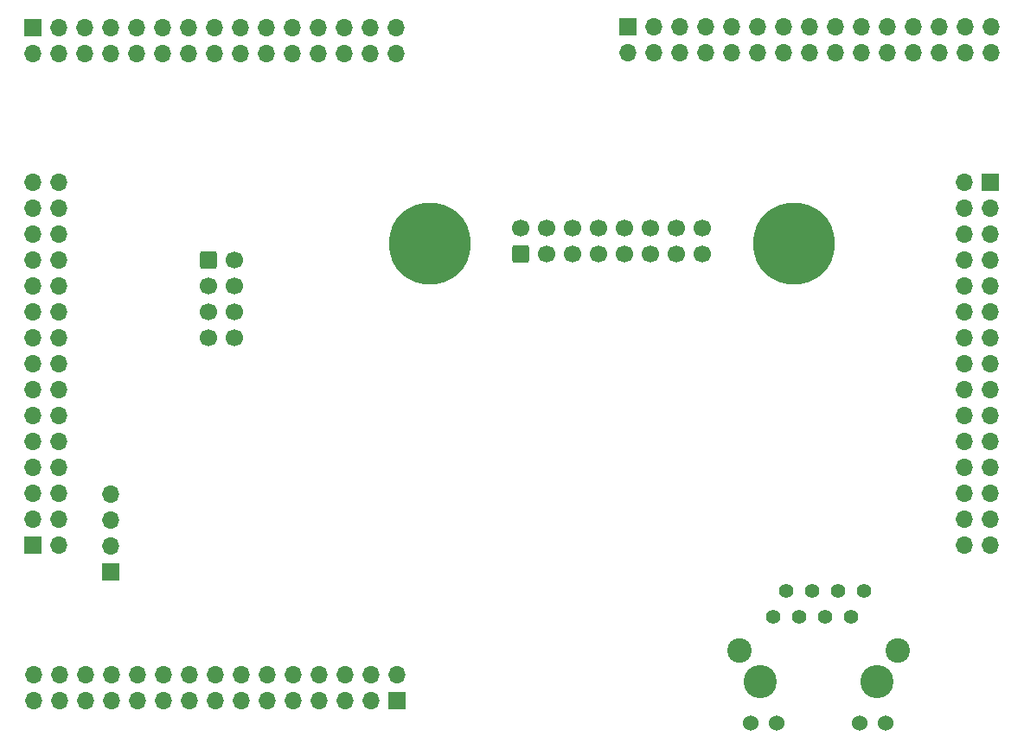
<source format=gbr>
%TF.GenerationSoftware,KiCad,Pcbnew,7.0.1*%
%TF.CreationDate,2023-05-11T10:15:00-05:00*%
%TF.ProjectId,i5ether,69356574-6865-4722-9e6b-696361645f70,rev?*%
%TF.SameCoordinates,Original*%
%TF.FileFunction,Soldermask,Bot*%
%TF.FilePolarity,Negative*%
%FSLAX46Y46*%
G04 Gerber Fmt 4.6, Leading zero omitted, Abs format (unit mm)*
G04 Created by KiCad (PCBNEW 7.0.1) date 2023-05-11 10:15:00*
%MOMM*%
%LPD*%
G01*
G04 APERTURE LIST*
G04 Aperture macros list*
%AMRoundRect*
0 Rectangle with rounded corners*
0 $1 Rounding radius*
0 $2 $3 $4 $5 $6 $7 $8 $9 X,Y pos of 4 corners*
0 Add a 4 corners polygon primitive as box body*
4,1,4,$2,$3,$4,$5,$6,$7,$8,$9,$2,$3,0*
0 Add four circle primitives for the rounded corners*
1,1,$1+$1,$2,$3*
1,1,$1+$1,$4,$5*
1,1,$1+$1,$6,$7*
1,1,$1+$1,$8,$9*
0 Add four rect primitives between the rounded corners*
20,1,$1+$1,$2,$3,$4,$5,0*
20,1,$1+$1,$4,$5,$6,$7,0*
20,1,$1+$1,$6,$7,$8,$9,0*
20,1,$1+$1,$8,$9,$2,$3,0*%
G04 Aperture macros list end*
%ADD10RoundRect,0.250000X0.600000X-0.600000X0.600000X0.600000X-0.600000X0.600000X-0.600000X-0.600000X0*%
%ADD11C,1.700000*%
%ADD12C,8.000000*%
%ADD13R,1.700000X1.700000*%
%ADD14O,1.700000X1.700000*%
%ADD15RoundRect,0.250000X-0.600000X-0.600000X0.600000X-0.600000X0.600000X0.600000X-0.600000X0.600000X0*%
%ADD16C,3.250000*%
%ADD17C,1.400000*%
%ADD18C,1.530000*%
%ADD19C,2.400000*%
G04 APERTURE END LIST*
D10*
%TO.C,J1*%
X146920000Y-95150000D03*
D11*
X146920000Y-92610000D03*
X149460000Y-95150000D03*
X149460000Y-92610000D03*
X152000000Y-95150000D03*
X152000000Y-92610000D03*
X154540000Y-95150000D03*
X154540000Y-92610000D03*
X157080000Y-95150000D03*
X157080000Y-92610000D03*
X159620000Y-95150000D03*
X159620000Y-92610000D03*
X162160000Y-95150000D03*
X162160000Y-92610000D03*
X164700000Y-95150000D03*
X164700000Y-92610000D03*
D12*
X137980000Y-94130000D03*
X173640000Y-94130000D03*
%TD*%
D13*
%TO.C,J4*%
X106750000Y-126290000D03*
D14*
X106750000Y-123750000D03*
X106750000Y-121210000D03*
X106750000Y-118670000D03*
%TD*%
D15*
%TO.C,J3*%
X116350000Y-95780000D03*
D11*
X118890000Y-95780000D03*
X116350000Y-98320000D03*
X118890000Y-98320000D03*
X116350000Y-100860000D03*
X118890000Y-100860000D03*
X116350000Y-103400000D03*
X118890000Y-103400000D03*
%TD*%
D16*
%TO.C,J2*%
X181755000Y-137090000D03*
X170325000Y-137090000D03*
D17*
X171595000Y-130740000D03*
X172865000Y-128200000D03*
X174135000Y-130740000D03*
X175405000Y-128200000D03*
X176675000Y-130740000D03*
X177945000Y-128200000D03*
X179215000Y-130740000D03*
X180485000Y-128200000D03*
D18*
X169410000Y-141170000D03*
X171950000Y-141170000D03*
X180130000Y-141170000D03*
X182670000Y-141170000D03*
D19*
X183785000Y-134040000D03*
X168295000Y-134040000D03*
%TD*%
D13*
%TO.C,P1*%
X192910000Y-88120000D03*
D14*
X190370000Y-88120000D03*
X192910000Y-90660000D03*
X190370000Y-90660000D03*
X192910000Y-93200000D03*
X190370000Y-93200000D03*
X192910000Y-95740000D03*
X190370000Y-95740000D03*
X192910000Y-98280000D03*
X190370000Y-98280000D03*
X192910000Y-100820000D03*
X190370000Y-100820000D03*
X192910000Y-103360000D03*
X190370000Y-103360000D03*
X192910000Y-105900000D03*
X190370000Y-105900000D03*
X192910000Y-108440000D03*
X190370000Y-108440000D03*
X192910000Y-110980000D03*
X190370000Y-110980000D03*
X192910000Y-113520000D03*
X190370000Y-113520000D03*
X192910000Y-116060000D03*
X190370000Y-116060000D03*
X192910000Y-118600000D03*
X190370000Y-118600000D03*
X192910000Y-121140000D03*
X190370000Y-121140000D03*
X192910000Y-123680000D03*
X190370000Y-123680000D03*
%TD*%
D13*
%TO.C,P5*%
X134790000Y-138980000D03*
D14*
X134790000Y-136440000D03*
X132250000Y-138980000D03*
X132250000Y-136440000D03*
X129710000Y-138980000D03*
X129710000Y-136440000D03*
X127170000Y-138980000D03*
X127170000Y-136440000D03*
X124630000Y-138980000D03*
X124630000Y-136440000D03*
X122090000Y-138980000D03*
X122090000Y-136440000D03*
X119550000Y-138980000D03*
X119550000Y-136440000D03*
X117010000Y-138980000D03*
X117010000Y-136440000D03*
X114470000Y-138980000D03*
X114470000Y-136440000D03*
X111930000Y-138980000D03*
X111930000Y-136440000D03*
X109390000Y-138980000D03*
X109390000Y-136440000D03*
X106850000Y-138980000D03*
X106850000Y-136440000D03*
X104310000Y-138980000D03*
X104310000Y-136440000D03*
X101770000Y-138980000D03*
X101770000Y-136440000D03*
X99230000Y-138980000D03*
X99230000Y-136440000D03*
%TD*%
D13*
%TO.C,P2*%
X157380000Y-72880000D03*
D14*
X157380000Y-75420000D03*
X159920000Y-72880000D03*
X159920000Y-75420000D03*
X162460000Y-72880000D03*
X162460000Y-75420000D03*
X165000000Y-72880000D03*
X165000000Y-75420000D03*
X167540000Y-72880000D03*
X167540000Y-75420000D03*
X170080000Y-72880000D03*
X170080000Y-75420000D03*
X172620000Y-72880000D03*
X172620000Y-75420000D03*
X175160000Y-72880000D03*
X175160000Y-75420000D03*
X177700000Y-72880000D03*
X177700000Y-75420000D03*
X180240000Y-72880000D03*
X180240000Y-75420000D03*
X182780000Y-72880000D03*
X182780000Y-75420000D03*
X185320000Y-72880000D03*
X185320000Y-75420000D03*
X187860000Y-72880000D03*
X187860000Y-75420000D03*
X190400000Y-72880000D03*
X190400000Y-75420000D03*
X192940000Y-72880000D03*
X192940000Y-75420000D03*
%TD*%
D13*
%TO.C,P4*%
X99190000Y-123740000D03*
D14*
X101730000Y-123740000D03*
X99190000Y-121200000D03*
X101730000Y-121200000D03*
X99190000Y-118660000D03*
X101730000Y-118660000D03*
X99190000Y-116120000D03*
X101730000Y-116120000D03*
X99190000Y-113580000D03*
X101730000Y-113580000D03*
X99190000Y-111040000D03*
X101730000Y-111040000D03*
X99190000Y-108500000D03*
X101730000Y-108500000D03*
X99190000Y-105960000D03*
X101730000Y-105960000D03*
X99190000Y-103420000D03*
X101730000Y-103420000D03*
X99190000Y-100880000D03*
X101730000Y-100880000D03*
X99190000Y-98340000D03*
X101730000Y-98340000D03*
X99190000Y-95800000D03*
X101730000Y-95800000D03*
X99190000Y-93260000D03*
X101730000Y-93260000D03*
X99190000Y-90720000D03*
X101730000Y-90720000D03*
X99190000Y-88180000D03*
X101730000Y-88180000D03*
%TD*%
D13*
%TO.C,P3*%
X99180000Y-72960000D03*
D14*
X99180000Y-75500000D03*
X101720000Y-72960000D03*
X101720000Y-75500000D03*
X104260000Y-72960000D03*
X104260000Y-75500000D03*
X106800000Y-72960000D03*
X106800000Y-75500000D03*
X109340000Y-72960000D03*
X109340000Y-75500000D03*
X111880000Y-72960000D03*
X111880000Y-75500000D03*
X114420000Y-72960000D03*
X114420000Y-75500000D03*
X116960000Y-72960000D03*
X116960000Y-75500000D03*
X119500000Y-72960000D03*
X119500000Y-75500000D03*
X122040000Y-72960000D03*
X122040000Y-75500000D03*
X124580000Y-72960000D03*
X124580000Y-75500000D03*
X127120000Y-72960000D03*
X127120000Y-75500000D03*
X129660000Y-72960000D03*
X129660000Y-75500000D03*
X132200000Y-72960000D03*
X132200000Y-75500000D03*
X134740000Y-72960000D03*
X134740000Y-75500000D03*
%TD*%
M02*

</source>
